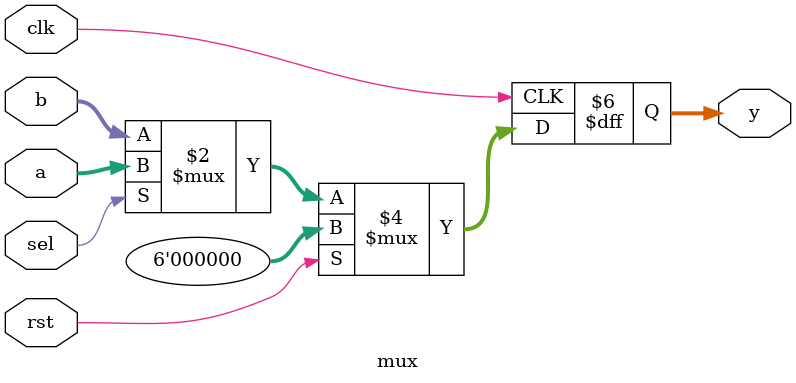
<source format=sv>
module mux( a,b,y,sel,clk,rst);
  input logic [5:0]a;
  input logic [5:0]b;
  input logic sel;
  output logic [5:0]y;
  input logic rst,clk;
  logic [5:0] reg_y;
  always@(posedge clk)
    begin 
      if(rst)
        y=0;
      else
     	y=sel?a:b;
    end
  //assign y = reg_y;
endmodule
</source>
